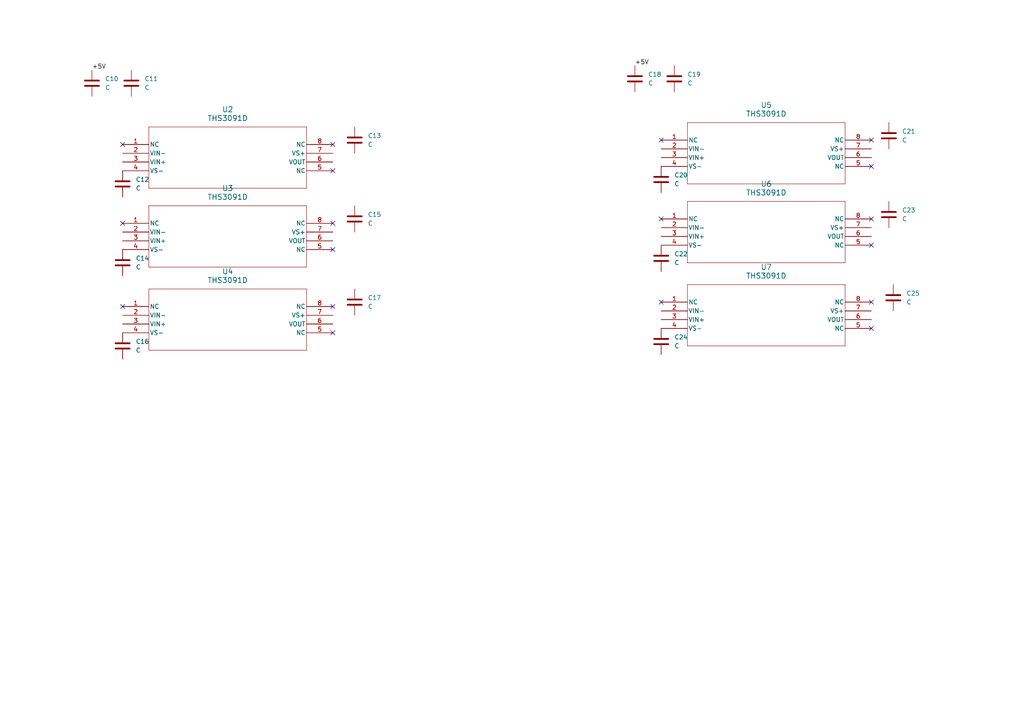
<source format=kicad_sch>
(kicad_sch
	(version 20231120)
	(generator "eeschema")
	(generator_version "8.0")
	(uuid "b277520a-ec9e-4561-b932-b6e91e94e219")
	(paper "A4")
	(lib_symbols
		(symbol "Device:C"
			(pin_numbers hide)
			(pin_names
				(offset 0.254)
			)
			(exclude_from_sim no)
			(in_bom yes)
			(on_board yes)
			(property "Reference" "C"
				(at 0.635 2.54 0)
				(effects
					(font
						(size 1.27 1.27)
					)
					(justify left)
				)
			)
			(property "Value" "C"
				(at 0.635 -2.54 0)
				(effects
					(font
						(size 1.27 1.27)
					)
					(justify left)
				)
			)
			(property "Footprint" ""
				(at 0.9652 -3.81 0)
				(effects
					(font
						(size 1.27 1.27)
					)
					(hide yes)
				)
			)
			(property "Datasheet" "~"
				(at 0 0 0)
				(effects
					(font
						(size 1.27 1.27)
					)
					(hide yes)
				)
			)
			(property "Description" "Unpolarized capacitor"
				(at 0 0 0)
				(effects
					(font
						(size 1.27 1.27)
					)
					(hide yes)
				)
			)
			(property "ki_keywords" "cap capacitor"
				(at 0 0 0)
				(effects
					(font
						(size 1.27 1.27)
					)
					(hide yes)
				)
			)
			(property "ki_fp_filters" "C_*"
				(at 0 0 0)
				(effects
					(font
						(size 1.27 1.27)
					)
					(hide yes)
				)
			)
			(symbol "C_0_1"
				(polyline
					(pts
						(xy -2.032 -0.762) (xy 2.032 -0.762)
					)
					(stroke
						(width 0.508)
						(type default)
					)
					(fill
						(type none)
					)
				)
				(polyline
					(pts
						(xy -2.032 0.762) (xy 2.032 0.762)
					)
					(stroke
						(width 0.508)
						(type default)
					)
					(fill
						(type none)
					)
				)
			)
			(symbol "C_1_1"
				(pin passive line
					(at 0 3.81 270)
					(length 2.794)
					(name "~"
						(effects
							(font
								(size 1.27 1.27)
							)
						)
					)
					(number "1"
						(effects
							(font
								(size 1.27 1.27)
							)
						)
					)
				)
				(pin passive line
					(at 0 -3.81 90)
					(length 2.794)
					(name "~"
						(effects
							(font
								(size 1.27 1.27)
							)
						)
					)
					(number "2"
						(effects
							(font
								(size 1.27 1.27)
							)
						)
					)
				)
			)
		)
		(symbol "THS3091:THS3091D"
			(pin_names
				(offset 0.254)
			)
			(exclude_from_sim no)
			(in_bom yes)
			(on_board yes)
			(property "Reference" "U"
				(at 30.48 10.16 0)
				(effects
					(font
						(size 1.524 1.524)
					)
				)
			)
			(property "Value" "THS3091D"
				(at 30.48 7.62 0)
				(effects
					(font
						(size 1.524 1.524)
					)
				)
			)
			(property "Footprint" "D8"
				(at 0 0 0)
				(effects
					(font
						(size 1.27 1.27)
						(italic yes)
					)
					(hide yes)
				)
			)
			(property "Datasheet" "THS3091D"
				(at 0 0 0)
				(effects
					(font
						(size 1.27 1.27)
						(italic yes)
					)
					(hide yes)
				)
			)
			(property "Description" ""
				(at 0 0 0)
				(effects
					(font
						(size 1.27 1.27)
					)
					(hide yes)
				)
			)
			(property "ki_locked" ""
				(at 0 0 0)
				(effects
					(font
						(size 1.27 1.27)
					)
				)
			)
			(property "ki_keywords" "THS3091D"
				(at 0 0 0)
				(effects
					(font
						(size 1.27 1.27)
					)
					(hide yes)
				)
			)
			(property "ki_fp_filters" "D8 D8-M D8-L"
				(at 0 0 0)
				(effects
					(font
						(size 1.27 1.27)
					)
					(hide yes)
				)
			)
			(symbol "THS3091D_0_1"
				(polyline
					(pts
						(xy 7.62 -12.7) (xy 53.34 -12.7)
					)
					(stroke
						(width 0.127)
						(type default)
					)
					(fill
						(type none)
					)
				)
				(polyline
					(pts
						(xy 7.62 5.08) (xy 7.62 -12.7)
					)
					(stroke
						(width 0.127)
						(type default)
					)
					(fill
						(type none)
					)
				)
				(polyline
					(pts
						(xy 53.34 -12.7) (xy 53.34 5.08)
					)
					(stroke
						(width 0.127)
						(type default)
					)
					(fill
						(type none)
					)
				)
				(polyline
					(pts
						(xy 53.34 5.08) (xy 7.62 5.08)
					)
					(stroke
						(width 0.127)
						(type default)
					)
					(fill
						(type none)
					)
				)
				(pin unspecified line
					(at 0 0 0)
					(length 7.62)
					(name "NC"
						(effects
							(font
								(size 1.27 1.27)
							)
						)
					)
					(number "1"
						(effects
							(font
								(size 1.27 1.27)
							)
						)
					)
				)
				(pin input line
					(at 0 -2.54 0)
					(length 7.62)
					(name "VIN-"
						(effects
							(font
								(size 1.27 1.27)
							)
						)
					)
					(number "2"
						(effects
							(font
								(size 1.27 1.27)
							)
						)
					)
				)
				(pin input line
					(at 0 -5.08 0)
					(length 7.62)
					(name "VIN+"
						(effects
							(font
								(size 1.27 1.27)
							)
						)
					)
					(number "3"
						(effects
							(font
								(size 1.27 1.27)
							)
						)
					)
				)
				(pin power_in line
					(at 0 -7.62 0)
					(length 7.62)
					(name "VS-"
						(effects
							(font
								(size 1.27 1.27)
							)
						)
					)
					(number "4"
						(effects
							(font
								(size 1.27 1.27)
							)
						)
					)
				)
				(pin unspecified line
					(at 60.96 -7.62 180)
					(length 7.62)
					(name "NC"
						(effects
							(font
								(size 1.27 1.27)
							)
						)
					)
					(number "5"
						(effects
							(font
								(size 1.27 1.27)
							)
						)
					)
				)
				(pin output line
					(at 60.96 -5.08 180)
					(length 7.62)
					(name "VOUT"
						(effects
							(font
								(size 1.27 1.27)
							)
						)
					)
					(number "6"
						(effects
							(font
								(size 1.27 1.27)
							)
						)
					)
				)
				(pin power_in line
					(at 60.96 -2.54 180)
					(length 7.62)
					(name "VS+"
						(effects
							(font
								(size 1.27 1.27)
							)
						)
					)
					(number "7"
						(effects
							(font
								(size 1.27 1.27)
							)
						)
					)
				)
				(pin unspecified line
					(at 60.96 0 180)
					(length 7.62)
					(name "NC"
						(effects
							(font
								(size 1.27 1.27)
							)
						)
					)
					(number "8"
						(effects
							(font
								(size 1.27 1.27)
							)
						)
					)
				)
			)
		)
	)
	(no_connect
		(at 252.73 48.26)
		(uuid "1057faa9-6cb6-4f8e-bbe1-5abd795f0cc0")
	)
	(no_connect
		(at 35.56 64.77)
		(uuid "14ddb55c-d128-4362-bab7-7913d0fc7c66")
	)
	(no_connect
		(at 96.52 49.53)
		(uuid "2e8ae20a-b1eb-4b91-a0ed-c7f7bd671eee")
	)
	(no_connect
		(at 96.52 41.91)
		(uuid "48f91d90-8226-42a9-9c71-7c137f735d24")
	)
	(no_connect
		(at 252.73 63.5)
		(uuid "4d2cc655-0409-48cc-a31d-3e5565098bef")
	)
	(no_connect
		(at 191.77 63.5)
		(uuid "4eeafa18-c612-4b64-9adb-8d223a35f0e5")
	)
	(no_connect
		(at 96.52 96.52)
		(uuid "527248a6-77e7-4157-bc3f-14d0e956a2f6")
	)
	(no_connect
		(at 96.52 64.77)
		(uuid "5ec166ae-7b81-45f0-93d9-4ed04e3c174f")
	)
	(no_connect
		(at 96.52 72.39)
		(uuid "7b19dbda-1e74-457f-b351-bfce4eba3c82")
	)
	(no_connect
		(at 252.73 95.25)
		(uuid "7bb5b0bf-2554-4e03-815c-0bce539d07f2")
	)
	(no_connect
		(at 191.77 87.63)
		(uuid "7e316d40-2bb4-40e3-997f-98bccc251cba")
	)
	(no_connect
		(at 252.73 40.64)
		(uuid "94f9f87e-5edc-4d30-84ae-447fb41dbbea")
	)
	(no_connect
		(at 191.77 40.64)
		(uuid "bf9691dc-3c6b-4370-aec9-0299a4a65d84")
	)
	(no_connect
		(at 252.73 87.63)
		(uuid "cb8ea207-e2ec-481f-a067-7061fe950e46")
	)
	(no_connect
		(at 96.52 88.9)
		(uuid "e7c95f11-0e34-456b-bb32-5e316edb785a")
	)
	(no_connect
		(at 252.73 71.12)
		(uuid "eb0ab118-2804-483e-8cc6-34b7ad6ea326")
	)
	(no_connect
		(at 35.56 88.9)
		(uuid "eec10aa1-f2d9-4f0c-a16e-a8881da283c7")
	)
	(no_connect
		(at 35.56 41.91)
		(uuid "fd26daec-86a5-444f-af4e-5c4015cf83bc")
	)
	(label "+5V"
		(at 184.15 19.05 0)
		(fields_autoplaced yes)
		(effects
			(font
				(size 1.27 1.27)
			)
			(justify left bottom)
		)
		(uuid "2fb4cf15-9557-48c0-a6df-964fb6a9fc55")
	)
	(label "+5V"
		(at 26.67 20.32 0)
		(fields_autoplaced yes)
		(effects
			(font
				(size 1.27 1.27)
			)
			(justify left bottom)
		)
		(uuid "7455a75b-d8e2-46c8-9ea5-5f01328a3d13")
	)
	(symbol
		(lib_id "Device:C")
		(at 191.77 99.06 0)
		(unit 1)
		(exclude_from_sim no)
		(in_bom yes)
		(on_board yes)
		(dnp no)
		(fields_autoplaced yes)
		(uuid "0173374c-4823-4840-a7f8-19e852a3156c")
		(property "Reference" "C24"
			(at 195.58 97.7899 0)
			(effects
				(font
					(size 1.27 1.27)
				)
				(justify left)
			)
		)
		(property "Value" "C"
			(at 195.58 100.3299 0)
			(effects
				(font
					(size 1.27 1.27)
				)
				(justify left)
			)
		)
		(property "Footprint" ""
			(at 192.7352 102.87 0)
			(effects
				(font
					(size 1.27 1.27)
				)
				(hide yes)
			)
		)
		(property "Datasheet" "~"
			(at 191.77 99.06 0)
			(effects
				(font
					(size 1.27 1.27)
				)
				(hide yes)
			)
		)
		(property "Description" "Unpolarized capacitor"
			(at 191.77 99.06 0)
			(effects
				(font
					(size 1.27 1.27)
				)
				(hide yes)
			)
		)
		(pin "2"
			(uuid "6fd4108d-9830-477c-8e8a-cb685e095d73")
		)
		(pin "1"
			(uuid "8ec05157-c813-4bf1-972f-f155e1082e49")
		)
		(instances
			(project "Transmitter loadsharing"
				(path "/4dee756a-58e7-4e26-8fbe-661c6c218f1e/4b454d64-543d-4f71-95a1-6bdac92747aa"
					(reference "C24")
					(unit 1)
				)
			)
		)
	)
	(symbol
		(lib_id "Device:C")
		(at 35.56 76.2 0)
		(unit 1)
		(exclude_from_sim no)
		(in_bom yes)
		(on_board yes)
		(dnp no)
		(fields_autoplaced yes)
		(uuid "1113607f-1f1e-483d-96be-e14dabf7db61")
		(property "Reference" "C14"
			(at 39.37 74.9299 0)
			(effects
				(font
					(size 1.27 1.27)
				)
				(justify left)
			)
		)
		(property "Value" "C"
			(at 39.37 77.4699 0)
			(effects
				(font
					(size 1.27 1.27)
				)
				(justify left)
			)
		)
		(property "Footprint" ""
			(at 36.5252 80.01 0)
			(effects
				(font
					(size 1.27 1.27)
				)
				(hide yes)
			)
		)
		(property "Datasheet" "~"
			(at 35.56 76.2 0)
			(effects
				(font
					(size 1.27 1.27)
				)
				(hide yes)
			)
		)
		(property "Description" "Unpolarized capacitor"
			(at 35.56 76.2 0)
			(effects
				(font
					(size 1.27 1.27)
				)
				(hide yes)
			)
		)
		(pin "2"
			(uuid "97fd6f42-6f66-462a-8b62-36cd40eec8e8")
		)
		(pin "1"
			(uuid "d5b9cb28-3aa6-4fa9-80d5-199a4b2490d3")
		)
		(instances
			(project "Transmitter loadsharing"
				(path "/4dee756a-58e7-4e26-8fbe-661c6c218f1e/4b454d64-543d-4f71-95a1-6bdac92747aa"
					(reference "C14")
					(unit 1)
				)
			)
		)
	)
	(symbol
		(lib_id "Device:C")
		(at 102.87 40.64 0)
		(unit 1)
		(exclude_from_sim no)
		(in_bom yes)
		(on_board yes)
		(dnp no)
		(fields_autoplaced yes)
		(uuid "2b620a14-f053-44e8-a9e6-f410e3f76374")
		(property "Reference" "C13"
			(at 106.68 39.3699 0)
			(effects
				(font
					(size 1.27 1.27)
				)
				(justify left)
			)
		)
		(property "Value" "C"
			(at 106.68 41.9099 0)
			(effects
				(font
					(size 1.27 1.27)
				)
				(justify left)
			)
		)
		(property "Footprint" ""
			(at 103.8352 44.45 0)
			(effects
				(font
					(size 1.27 1.27)
				)
				(hide yes)
			)
		)
		(property "Datasheet" "~"
			(at 102.87 40.64 0)
			(effects
				(font
					(size 1.27 1.27)
				)
				(hide yes)
			)
		)
		(property "Description" "Unpolarized capacitor"
			(at 102.87 40.64 0)
			(effects
				(font
					(size 1.27 1.27)
				)
				(hide yes)
			)
		)
		(pin "2"
			(uuid "ea3daffd-b8cc-495e-a874-b662b85d7170")
		)
		(pin "1"
			(uuid "7d3642af-a38d-4135-9e8e-a5967e83d3f1")
		)
		(instances
			(project "Transmitter loadsharing"
				(path "/4dee756a-58e7-4e26-8fbe-661c6c218f1e/4b454d64-543d-4f71-95a1-6bdac92747aa"
					(reference "C13")
					(unit 1)
				)
			)
		)
	)
	(symbol
		(lib_id "Device:C")
		(at 35.56 100.33 0)
		(unit 1)
		(exclude_from_sim no)
		(in_bom yes)
		(on_board yes)
		(dnp no)
		(fields_autoplaced yes)
		(uuid "49848050-0194-4cf2-b43e-1fe022f40ee7")
		(property "Reference" "C16"
			(at 39.37 99.0599 0)
			(effects
				(font
					(size 1.27 1.27)
				)
				(justify left)
			)
		)
		(property "Value" "C"
			(at 39.37 101.5999 0)
			(effects
				(font
					(size 1.27 1.27)
				)
				(justify left)
			)
		)
		(property "Footprint" ""
			(at 36.5252 104.14 0)
			(effects
				(font
					(size 1.27 1.27)
				)
				(hide yes)
			)
		)
		(property "Datasheet" "~"
			(at 35.56 100.33 0)
			(effects
				(font
					(size 1.27 1.27)
				)
				(hide yes)
			)
		)
		(property "Description" "Unpolarized capacitor"
			(at 35.56 100.33 0)
			(effects
				(font
					(size 1.27 1.27)
				)
				(hide yes)
			)
		)
		(pin "2"
			(uuid "37e8cbd4-4b9c-4708-8fee-90aa12ad1b0a")
		)
		(pin "1"
			(uuid "fb43dbf4-1d0f-47ff-a72b-f44c9bee56bc")
		)
		(instances
			(project "Transmitter loadsharing"
				(path "/4dee756a-58e7-4e26-8fbe-661c6c218f1e/4b454d64-543d-4f71-95a1-6bdac92747aa"
					(reference "C16")
					(unit 1)
				)
			)
		)
	)
	(symbol
		(lib_id "Device:C")
		(at 191.77 74.93 0)
		(unit 1)
		(exclude_from_sim no)
		(in_bom yes)
		(on_board yes)
		(dnp no)
		(fields_autoplaced yes)
		(uuid "4ca5d5a7-de4b-4e42-bee0-a2f629f2c9f3")
		(property "Reference" "C22"
			(at 195.58 73.6599 0)
			(effects
				(font
					(size 1.27 1.27)
				)
				(justify left)
			)
		)
		(property "Value" "C"
			(at 195.58 76.1999 0)
			(effects
				(font
					(size 1.27 1.27)
				)
				(justify left)
			)
		)
		(property "Footprint" ""
			(at 192.7352 78.74 0)
			(effects
				(font
					(size 1.27 1.27)
				)
				(hide yes)
			)
		)
		(property "Datasheet" "~"
			(at 191.77 74.93 0)
			(effects
				(font
					(size 1.27 1.27)
				)
				(hide yes)
			)
		)
		(property "Description" "Unpolarized capacitor"
			(at 191.77 74.93 0)
			(effects
				(font
					(size 1.27 1.27)
				)
				(hide yes)
			)
		)
		(pin "2"
			(uuid "a744c563-6263-4e46-a368-9ae1b5b0645b")
		)
		(pin "1"
			(uuid "64a0a99e-810c-4ae2-8e6e-aca2daa92563")
		)
		(instances
			(project "Transmitter loadsharing"
				(path "/4dee756a-58e7-4e26-8fbe-661c6c218f1e/4b454d64-543d-4f71-95a1-6bdac92747aa"
					(reference "C22")
					(unit 1)
				)
			)
		)
	)
	(symbol
		(lib_id "Device:C")
		(at 257.81 39.37 0)
		(unit 1)
		(exclude_from_sim no)
		(in_bom yes)
		(on_board yes)
		(dnp no)
		(fields_autoplaced yes)
		(uuid "56185521-5607-4aac-a45b-7cf0ddd0a20f")
		(property "Reference" "C21"
			(at 261.62 38.0999 0)
			(effects
				(font
					(size 1.27 1.27)
				)
				(justify left)
			)
		)
		(property "Value" "C"
			(at 261.62 40.6399 0)
			(effects
				(font
					(size 1.27 1.27)
				)
				(justify left)
			)
		)
		(property "Footprint" ""
			(at 258.7752 43.18 0)
			(effects
				(font
					(size 1.27 1.27)
				)
				(hide yes)
			)
		)
		(property "Datasheet" "~"
			(at 257.81 39.37 0)
			(effects
				(font
					(size 1.27 1.27)
				)
				(hide yes)
			)
		)
		(property "Description" "Unpolarized capacitor"
			(at 257.81 39.37 0)
			(effects
				(font
					(size 1.27 1.27)
				)
				(hide yes)
			)
		)
		(pin "2"
			(uuid "bb5f3e0b-ad76-443c-90e6-6bbe210eca5f")
		)
		(pin "1"
			(uuid "f5e5b3a6-6d95-4ce9-99f7-7f4a286bd598")
		)
		(instances
			(project "Transmitter loadsharing"
				(path "/4dee756a-58e7-4e26-8fbe-661c6c218f1e/4b454d64-543d-4f71-95a1-6bdac92747aa"
					(reference "C21")
					(unit 1)
				)
			)
		)
	)
	(symbol
		(lib_id "Device:C")
		(at 35.56 53.34 0)
		(unit 1)
		(exclude_from_sim no)
		(in_bom yes)
		(on_board yes)
		(dnp no)
		(fields_autoplaced yes)
		(uuid "6e3e0c8b-12f7-4b0a-8b49-38604a0e09c0")
		(property "Reference" "C12"
			(at 39.37 52.0699 0)
			(effects
				(font
					(size 1.27 1.27)
				)
				(justify left)
			)
		)
		(property "Value" "C"
			(at 39.37 54.6099 0)
			(effects
				(font
					(size 1.27 1.27)
				)
				(justify left)
			)
		)
		(property "Footprint" ""
			(at 36.5252 57.15 0)
			(effects
				(font
					(size 1.27 1.27)
				)
				(hide yes)
			)
		)
		(property "Datasheet" "~"
			(at 35.56 53.34 0)
			(effects
				(font
					(size 1.27 1.27)
				)
				(hide yes)
			)
		)
		(property "Description" "Unpolarized capacitor"
			(at 35.56 53.34 0)
			(effects
				(font
					(size 1.27 1.27)
				)
				(hide yes)
			)
		)
		(pin "2"
			(uuid "27939bba-d620-454d-bd6f-4deed92d62fe")
		)
		(pin "1"
			(uuid "a8d08c10-c01a-4bf3-b77a-0ebc6d502f86")
		)
		(instances
			(project "Transmitter loadsharing"
				(path "/4dee756a-58e7-4e26-8fbe-661c6c218f1e/4b454d64-543d-4f71-95a1-6bdac92747aa"
					(reference "C12")
					(unit 1)
				)
			)
		)
	)
	(symbol
		(lib_id "Device:C")
		(at 195.58 22.86 0)
		(unit 1)
		(exclude_from_sim no)
		(in_bom yes)
		(on_board yes)
		(dnp no)
		(fields_autoplaced yes)
		(uuid "73aa0021-3922-4d67-bbc2-d8d4901833b9")
		(property "Reference" "C19"
			(at 199.39 21.5899 0)
			(effects
				(font
					(size 1.27 1.27)
				)
				(justify left)
			)
		)
		(property "Value" "C"
			(at 199.39 24.1299 0)
			(effects
				(font
					(size 1.27 1.27)
				)
				(justify left)
			)
		)
		(property "Footprint" ""
			(at 196.5452 26.67 0)
			(effects
				(font
					(size 1.27 1.27)
				)
				(hide yes)
			)
		)
		(property "Datasheet" "~"
			(at 195.58 22.86 0)
			(effects
				(font
					(size 1.27 1.27)
				)
				(hide yes)
			)
		)
		(property "Description" "Unpolarized capacitor"
			(at 195.58 22.86 0)
			(effects
				(font
					(size 1.27 1.27)
				)
				(hide yes)
			)
		)
		(pin "2"
			(uuid "5ef609ba-ab7a-4f85-aed9-7da35cb0f529")
		)
		(pin "1"
			(uuid "88b57da3-2c19-4d51-8902-ed7196f559d2")
		)
		(instances
			(project "Transmitter loadsharing"
				(path "/4dee756a-58e7-4e26-8fbe-661c6c218f1e/4b454d64-543d-4f71-95a1-6bdac92747aa"
					(reference "C19")
					(unit 1)
				)
			)
		)
	)
	(symbol
		(lib_id "THS3091:THS3091D")
		(at 35.56 88.9 0)
		(unit 1)
		(exclude_from_sim no)
		(in_bom yes)
		(on_board yes)
		(dnp no)
		(fields_autoplaced yes)
		(uuid "7b04bcbb-b63b-4855-aecb-5ecbe22eb047")
		(property "Reference" "U4"
			(at 66.04 78.74 0)
			(effects
				(font
					(size 1.524 1.524)
				)
			)
		)
		(property "Value" "THS3091D"
			(at 66.04 81.28 0)
			(effects
				(font
					(size 1.524 1.524)
				)
			)
		)
		(property "Footprint" "THS3091:D8"
			(at 35.56 88.9 0)
			(effects
				(font
					(size 1.27 1.27)
					(italic yes)
				)
				(hide yes)
			)
		)
		(property "Datasheet" "THS3091D"
			(at 35.56 88.9 0)
			(effects
				(font
					(size 1.27 1.27)
					(italic yes)
				)
				(hide yes)
			)
		)
		(property "Description" ""
			(at 35.56 88.9 0)
			(effects
				(font
					(size 1.27 1.27)
				)
				(hide yes)
			)
		)
		(pin "1"
			(uuid "40a38899-f9cd-4a96-999e-99a3a57efb0c")
		)
		(pin "5"
			(uuid "1a5a4ce1-aa65-4642-9b76-9da9370f9739")
		)
		(pin "3"
			(uuid "5d981af9-a02e-4931-bbcb-36fdfef74fcc")
		)
		(pin "7"
			(uuid "87bbbc2d-b48a-4d3d-ba4d-84b53497d337")
		)
		(pin "8"
			(uuid "77757207-8a46-4a12-8905-a5e4050f2e32")
		)
		(pin "6"
			(uuid "9b8958e8-c98d-4128-9e15-6cdb3d80ee2a")
		)
		(pin "2"
			(uuid "98f2b05b-8ae3-41c2-8064-366ae11e7411")
		)
		(pin "4"
			(uuid "e3d82393-a760-4ddf-bee8-938ead35b4a7")
		)
		(instances
			(project "Transmitter loadsharing"
				(path "/4dee756a-58e7-4e26-8fbe-661c6c218f1e/4b454d64-543d-4f71-95a1-6bdac92747aa"
					(reference "U4")
					(unit 1)
				)
			)
		)
	)
	(symbol
		(lib_id "THS3091:THS3091D")
		(at 191.77 87.63 0)
		(unit 1)
		(exclude_from_sim no)
		(in_bom yes)
		(on_board yes)
		(dnp no)
		(fields_autoplaced yes)
		(uuid "85b25d82-3266-4daf-9c24-819f256b6ccc")
		(property "Reference" "U7"
			(at 222.25 77.47 0)
			(effects
				(font
					(size 1.524 1.524)
				)
			)
		)
		(property "Value" "THS3091D"
			(at 222.25 80.01 0)
			(effects
				(font
					(size 1.524 1.524)
				)
			)
		)
		(property "Footprint" "THS3091:D8"
			(at 191.77 87.63 0)
			(effects
				(font
					(size 1.27 1.27)
					(italic yes)
				)
				(hide yes)
			)
		)
		(property "Datasheet" "THS3091D"
			(at 191.77 87.63 0)
			(effects
				(font
					(size 1.27 1.27)
					(italic yes)
				)
				(hide yes)
			)
		)
		(property "Description" ""
			(at 191.77 87.63 0)
			(effects
				(font
					(size 1.27 1.27)
				)
				(hide yes)
			)
		)
		(pin "1"
			(uuid "4aedaf4f-2774-4e28-9565-9c08896fcc12")
		)
		(pin "5"
			(uuid "b20f34d0-ccd3-4bf7-b467-c494304efdc6")
		)
		(pin "3"
			(uuid "9fc32eca-be65-4050-9d80-6d2cdc8f8e79")
		)
		(pin "7"
			(uuid "bae7aa07-b185-4aaa-b6a3-5c269aa65c05")
		)
		(pin "8"
			(uuid "9d80cddc-cce5-429f-8dc6-7eb82a2a9ceb")
		)
		(pin "6"
			(uuid "8a0b8d72-05e7-42f5-81a2-3500ed49462f")
		)
		(pin "2"
			(uuid "b5b77bd2-e367-41e9-8f60-25aa56ba0e5a")
		)
		(pin "4"
			(uuid "3abbcf2d-e0b3-4d09-b96d-b23df7b985c8")
		)
		(instances
			(project "Transmitter loadsharing"
				(path "/4dee756a-58e7-4e26-8fbe-661c6c218f1e/4b454d64-543d-4f71-95a1-6bdac92747aa"
					(reference "U7")
					(unit 1)
				)
			)
		)
	)
	(symbol
		(lib_id "Device:C")
		(at 38.1 24.13 0)
		(unit 1)
		(exclude_from_sim no)
		(in_bom yes)
		(on_board yes)
		(dnp no)
		(fields_autoplaced yes)
		(uuid "8846247d-f2ee-4884-bcb1-c52a9ed3aad2")
		(property "Reference" "C11"
			(at 41.91 22.8599 0)
			(effects
				(font
					(size 1.27 1.27)
				)
				(justify left)
			)
		)
		(property "Value" "C"
			(at 41.91 25.3999 0)
			(effects
				(font
					(size 1.27 1.27)
				)
				(justify left)
			)
		)
		(property "Footprint" ""
			(at 39.0652 27.94 0)
			(effects
				(font
					(size 1.27 1.27)
				)
				(hide yes)
			)
		)
		(property "Datasheet" "~"
			(at 38.1 24.13 0)
			(effects
				(font
					(size 1.27 1.27)
				)
				(hide yes)
			)
		)
		(property "Description" "Unpolarized capacitor"
			(at 38.1 24.13 0)
			(effects
				(font
					(size 1.27 1.27)
				)
				(hide yes)
			)
		)
		(pin "2"
			(uuid "392fec37-6667-4d5b-9db5-b21a94babc88")
		)
		(pin "1"
			(uuid "4927c1db-db2f-49b6-b592-7a9c6e81ad70")
		)
		(instances
			(project "Transmitter loadsharing"
				(path "/4dee756a-58e7-4e26-8fbe-661c6c218f1e/4b454d64-543d-4f71-95a1-6bdac92747aa"
					(reference "C11")
					(unit 1)
				)
			)
		)
	)
	(symbol
		(lib_id "Device:C")
		(at 184.15 22.86 0)
		(unit 1)
		(exclude_from_sim no)
		(in_bom yes)
		(on_board yes)
		(dnp no)
		(fields_autoplaced yes)
		(uuid "a645a045-2a52-478b-a4d3-5449aa7fe99f")
		(property "Reference" "C18"
			(at 187.96 21.5899 0)
			(effects
				(font
					(size 1.27 1.27)
				)
				(justify left)
			)
		)
		(property "Value" "C"
			(at 187.96 24.1299 0)
			(effects
				(font
					(size 1.27 1.27)
				)
				(justify left)
			)
		)
		(property "Footprint" ""
			(at 185.1152 26.67 0)
			(effects
				(font
					(size 1.27 1.27)
				)
				(hide yes)
			)
		)
		(property "Datasheet" "~"
			(at 184.15 22.86 0)
			(effects
				(font
					(size 1.27 1.27)
				)
				(hide yes)
			)
		)
		(property "Description" "Unpolarized capacitor"
			(at 184.15 22.86 0)
			(effects
				(font
					(size 1.27 1.27)
				)
				(hide yes)
			)
		)
		(pin "2"
			(uuid "117322da-3c6a-43cd-bb65-25f86b393900")
		)
		(pin "1"
			(uuid "52b0be91-8206-468b-9840-c2add8aa333b")
		)
		(instances
			(project "Transmitter loadsharing"
				(path "/4dee756a-58e7-4e26-8fbe-661c6c218f1e/4b454d64-543d-4f71-95a1-6bdac92747aa"
					(reference "C18")
					(unit 1)
				)
			)
		)
	)
	(symbol
		(lib_id "THS3091:THS3091D")
		(at 35.56 64.77 0)
		(unit 1)
		(exclude_from_sim no)
		(in_bom yes)
		(on_board yes)
		(dnp no)
		(fields_autoplaced yes)
		(uuid "a9efa795-e015-49fd-aa88-070dd2f7982d")
		(property "Reference" "U3"
			(at 66.04 54.61 0)
			(effects
				(font
					(size 1.524 1.524)
				)
			)
		)
		(property "Value" "THS3091D"
			(at 66.04 57.15 0)
			(effects
				(font
					(size 1.524 1.524)
				)
			)
		)
		(property "Footprint" "THS3091:D8"
			(at 35.56 64.77 0)
			(effects
				(font
					(size 1.27 1.27)
					(italic yes)
				)
				(hide yes)
			)
		)
		(property "Datasheet" "THS3091D"
			(at 35.56 64.77 0)
			(effects
				(font
					(size 1.27 1.27)
					(italic yes)
				)
				(hide yes)
			)
		)
		(property "Description" ""
			(at 35.56 64.77 0)
			(effects
				(font
					(size 1.27 1.27)
				)
				(hide yes)
			)
		)
		(pin "1"
			(uuid "d4a7fc17-eb68-4194-86e9-cc00072e853e")
		)
		(pin "5"
			(uuid "5b159a3c-d823-4792-ab4f-e44178bc0f8d")
		)
		(pin "3"
			(uuid "45bad1f0-165d-499a-b7a1-d7cb8ec0a9c7")
		)
		(pin "7"
			(uuid "fd87c38b-a9a4-47d1-b711-f22b62f9a418")
		)
		(pin "8"
			(uuid "c1a14b77-9f45-4ac3-ba80-3c43ec81f2a6")
		)
		(pin "6"
			(uuid "026d3d36-95bd-40e5-bd9c-80d78feb5ad6")
		)
		(pin "2"
			(uuid "ee85bd3e-4e6b-40bd-b8db-4662b03990df")
		)
		(pin "4"
			(uuid "678e3552-923a-4ae1-b202-9559f151b722")
		)
		(instances
			(project "Transmitter loadsharing"
				(path "/4dee756a-58e7-4e26-8fbe-661c6c218f1e/4b454d64-543d-4f71-95a1-6bdac92747aa"
					(reference "U3")
					(unit 1)
				)
			)
		)
	)
	(symbol
		(lib_id "THS3091:THS3091D")
		(at 35.56 41.91 0)
		(unit 1)
		(exclude_from_sim no)
		(in_bom yes)
		(on_board yes)
		(dnp no)
		(fields_autoplaced yes)
		(uuid "b1956408-b9d3-4b92-827a-87d829e3fda4")
		(property "Reference" "U2"
			(at 66.04 31.75 0)
			(effects
				(font
					(size 1.524 1.524)
				)
			)
		)
		(property "Value" "THS3091D"
			(at 66.04 34.29 0)
			(effects
				(font
					(size 1.524 1.524)
				)
			)
		)
		(property "Footprint" "THS3091:D8"
			(at 35.56 41.91 0)
			(effects
				(font
					(size 1.27 1.27)
					(italic yes)
				)
				(hide yes)
			)
		)
		(property "Datasheet" "THS3091D"
			(at 35.56 41.91 0)
			(effects
				(font
					(size 1.27 1.27)
					(italic yes)
				)
				(hide yes)
			)
		)
		(property "Description" ""
			(at 35.56 41.91 0)
			(effects
				(font
					(size 1.27 1.27)
				)
				(hide yes)
			)
		)
		(pin "1"
			(uuid "68bc4692-3b2f-4037-bf0e-95b420badac9")
		)
		(pin "5"
			(uuid "047774b1-7061-44cf-8713-70b28ebd4e09")
		)
		(pin "3"
			(uuid "b94f698e-ce38-4e2f-94dc-23c97fe3bcb0")
		)
		(pin "7"
			(uuid "fe9fbb59-1b10-478f-815f-9ed8940fea5e")
		)
		(pin "8"
			(uuid "832095d8-035e-439d-9c12-55ca4429fd4f")
		)
		(pin "6"
			(uuid "156e26d5-e854-4806-b5db-2d97f38efd48")
		)
		(pin "2"
			(uuid "f01dc3b8-86b4-45bd-9b3d-11be7af8eb33")
		)
		(pin "4"
			(uuid "4b34cd77-df1b-47d3-948a-6a365b009b7a")
		)
		(instances
			(project "Transmitter loadsharing"
				(path "/4dee756a-58e7-4e26-8fbe-661c6c218f1e/4b454d64-543d-4f71-95a1-6bdac92747aa"
					(reference "U2")
					(unit 1)
				)
			)
		)
	)
	(symbol
		(lib_id "THS3091:THS3091D")
		(at 191.77 63.5 0)
		(unit 1)
		(exclude_from_sim no)
		(in_bom yes)
		(on_board yes)
		(dnp no)
		(fields_autoplaced yes)
		(uuid "b66596b9-7064-4c41-8f5b-f487604a215e")
		(property "Reference" "U6"
			(at 222.25 53.34 0)
			(effects
				(font
					(size 1.524 1.524)
				)
			)
		)
		(property "Value" "THS3091D"
			(at 222.25 55.88 0)
			(effects
				(font
					(size 1.524 1.524)
				)
			)
		)
		(property "Footprint" "THS3091:D8"
			(at 191.77 63.5 0)
			(effects
				(font
					(size 1.27 1.27)
					(italic yes)
				)
				(hide yes)
			)
		)
		(property "Datasheet" "THS3091D"
			(at 191.77 63.5 0)
			(effects
				(font
					(size 1.27 1.27)
					(italic yes)
				)
				(hide yes)
			)
		)
		(property "Description" ""
			(at 191.77 63.5 0)
			(effects
				(font
					(size 1.27 1.27)
				)
				(hide yes)
			)
		)
		(pin "1"
			(uuid "76b49bea-870c-40a7-b5f7-bb814de72135")
		)
		(pin "5"
			(uuid "5f86fb66-960f-47fe-b39b-ccfc45f14d49")
		)
		(pin "3"
			(uuid "2783226e-33ea-44d5-8b42-54d185efaf01")
		)
		(pin "7"
			(uuid "68e2365b-4047-45ab-998e-05f3c3058d3e")
		)
		(pin "8"
			(uuid "5ab2fd2e-7ec4-4cb5-a7b8-0fa208b348a4")
		)
		(pin "6"
			(uuid "3ae48467-67de-48eb-8e7f-137d256413f7")
		)
		(pin "2"
			(uuid "ed634c32-4cf6-4730-9093-8d83e7d7aae2")
		)
		(pin "4"
			(uuid "fe21ed3c-ce9d-4ee7-ba29-9c0bd777ac64")
		)
		(instances
			(project "Transmitter loadsharing"
				(path "/4dee756a-58e7-4e26-8fbe-661c6c218f1e/4b454d64-543d-4f71-95a1-6bdac92747aa"
					(reference "U6")
					(unit 1)
				)
			)
		)
	)
	(symbol
		(lib_id "THS3091:THS3091D")
		(at 191.77 40.64 0)
		(unit 1)
		(exclude_from_sim no)
		(in_bom yes)
		(on_board yes)
		(dnp no)
		(fields_autoplaced yes)
		(uuid "b7e5ed45-27dd-4eb5-9b1d-51c443878aa8")
		(property "Reference" "U5"
			(at 222.25 30.48 0)
			(effects
				(font
					(size 1.524 1.524)
				)
			)
		)
		(property "Value" "THS3091D"
			(at 222.25 33.02 0)
			(effects
				(font
					(size 1.524 1.524)
				)
			)
		)
		(property "Footprint" "THS3091:D8"
			(at 191.77 40.64 0)
			(effects
				(font
					(size 1.27 1.27)
					(italic yes)
				)
				(hide yes)
			)
		)
		(property "Datasheet" "THS3091D"
			(at 191.77 40.64 0)
			(effects
				(font
					(size 1.27 1.27)
					(italic yes)
				)
				(hide yes)
			)
		)
		(property "Description" ""
			(at 191.77 40.64 0)
			(effects
				(font
					(size 1.27 1.27)
				)
				(hide yes)
			)
		)
		(pin "1"
			(uuid "f6d94c62-6fdb-4b9b-ab3f-923bd6c39e1b")
		)
		(pin "5"
			(uuid "3b87ac99-2d79-4e79-9c3d-3f8c3d83b568")
		)
		(pin "3"
			(uuid "8e5697de-e291-4ea5-bf05-440ee38048e3")
		)
		(pin "7"
			(uuid "280c7691-0404-4b3e-95ce-c257f2e6d22d")
		)
		(pin "8"
			(uuid "922824e3-662b-47de-9903-1ae2123a568d")
		)
		(pin "6"
			(uuid "0016dfa0-f0ae-4cc6-a182-81e3468d33b9")
		)
		(pin "2"
			(uuid "f760ec09-f823-4b38-b351-35c2f688faaa")
		)
		(pin "4"
			(uuid "1caf64e8-971b-4294-a0c1-93deca62c071")
		)
		(instances
			(project "Transmitter loadsharing"
				(path "/4dee756a-58e7-4e26-8fbe-661c6c218f1e/4b454d64-543d-4f71-95a1-6bdac92747aa"
					(reference "U5")
					(unit 1)
				)
			)
		)
	)
	(symbol
		(lib_id "Device:C")
		(at 102.87 87.63 0)
		(unit 1)
		(exclude_from_sim no)
		(in_bom yes)
		(on_board yes)
		(dnp no)
		(fields_autoplaced yes)
		(uuid "ca39040e-e95c-4240-b6bd-c4cabb3af3df")
		(property "Reference" "C17"
			(at 106.68 86.3599 0)
			(effects
				(font
					(size 1.27 1.27)
				)
				(justify left)
			)
		)
		(property "Value" "C"
			(at 106.68 88.8999 0)
			(effects
				(font
					(size 1.27 1.27)
				)
				(justify left)
			)
		)
		(property "Footprint" ""
			(at 103.8352 91.44 0)
			(effects
				(font
					(size 1.27 1.27)
				)
				(hide yes)
			)
		)
		(property "Datasheet" "~"
			(at 102.87 87.63 0)
			(effects
				(font
					(size 1.27 1.27)
				)
				(hide yes)
			)
		)
		(property "Description" "Unpolarized capacitor"
			(at 102.87 87.63 0)
			(effects
				(font
					(size 1.27 1.27)
				)
				(hide yes)
			)
		)
		(pin "2"
			(uuid "fb48966b-70aa-4f29-9460-1b17116e59bc")
		)
		(pin "1"
			(uuid "358ff995-703f-426f-be6f-102a7eb72a3b")
		)
		(instances
			(project "Transmitter loadsharing"
				(path "/4dee756a-58e7-4e26-8fbe-661c6c218f1e/4b454d64-543d-4f71-95a1-6bdac92747aa"
					(reference "C17")
					(unit 1)
				)
			)
		)
	)
	(symbol
		(lib_id "Device:C")
		(at 191.77 52.07 0)
		(unit 1)
		(exclude_from_sim no)
		(in_bom yes)
		(on_board yes)
		(dnp no)
		(fields_autoplaced yes)
		(uuid "d2264a27-d3d1-4417-9448-ea3ced091aef")
		(property "Reference" "C20"
			(at 195.58 50.7999 0)
			(effects
				(font
					(size 1.27 1.27)
				)
				(justify left)
			)
		)
		(property "Value" "C"
			(at 195.58 53.3399 0)
			(effects
				(font
					(size 1.27 1.27)
				)
				(justify left)
			)
		)
		(property "Footprint" ""
			(at 192.7352 55.88 0)
			(effects
				(font
					(size 1.27 1.27)
				)
				(hide yes)
			)
		)
		(property "Datasheet" "~"
			(at 191.77 52.07 0)
			(effects
				(font
					(size 1.27 1.27)
				)
				(hide yes)
			)
		)
		(property "Description" "Unpolarized capacitor"
			(at 191.77 52.07 0)
			(effects
				(font
					(size 1.27 1.27)
				)
				(hide yes)
			)
		)
		(pin "2"
			(uuid "6d358f2b-fc51-423c-88b9-d93c8547c01a")
		)
		(pin "1"
			(uuid "cbd86b95-ced2-449b-acbb-c8b0981db612")
		)
		(instances
			(project "Transmitter loadsharing"
				(path "/4dee756a-58e7-4e26-8fbe-661c6c218f1e/4b454d64-543d-4f71-95a1-6bdac92747aa"
					(reference "C20")
					(unit 1)
				)
			)
		)
	)
	(symbol
		(lib_id "Device:C")
		(at 259.08 86.36 0)
		(unit 1)
		(exclude_from_sim no)
		(in_bom yes)
		(on_board yes)
		(dnp no)
		(fields_autoplaced yes)
		(uuid "def177d1-24af-450a-a61b-abec23cc6273")
		(property "Reference" "C25"
			(at 262.89 85.0899 0)
			(effects
				(font
					(size 1.27 1.27)
				)
				(justify left)
			)
		)
		(property "Value" "C"
			(at 262.89 87.6299 0)
			(effects
				(font
					(size 1.27 1.27)
				)
				(justify left)
			)
		)
		(property "Footprint" ""
			(at 260.0452 90.17 0)
			(effects
				(font
					(size 1.27 1.27)
				)
				(hide yes)
			)
		)
		(property "Datasheet" "~"
			(at 259.08 86.36 0)
			(effects
				(font
					(size 1.27 1.27)
				)
				(hide yes)
			)
		)
		(property "Description" "Unpolarized capacitor"
			(at 259.08 86.36 0)
			(effects
				(font
					(size 1.27 1.27)
				)
				(hide yes)
			)
		)
		(pin "2"
			(uuid "9d99350f-0c31-41b8-ba23-c856ca532ef1")
		)
		(pin "1"
			(uuid "6c170cc4-8c85-4a9c-ac0f-b74fc9bbf906")
		)
		(instances
			(project "Transmitter loadsharing"
				(path "/4dee756a-58e7-4e26-8fbe-661c6c218f1e/4b454d64-543d-4f71-95a1-6bdac92747aa"
					(reference "C25")
					(unit 1)
				)
			)
		)
	)
	(symbol
		(lib_id "Device:C")
		(at 102.87 63.5 0)
		(unit 1)
		(exclude_from_sim no)
		(in_bom yes)
		(on_board yes)
		(dnp no)
		(fields_autoplaced yes)
		(uuid "e9477dda-1f07-4f1f-8efd-4f46fc27bf5e")
		(property "Reference" "C15"
			(at 106.68 62.2299 0)
			(effects
				(font
					(size 1.27 1.27)
				)
				(justify left)
			)
		)
		(property "Value" "C"
			(at 106.68 64.7699 0)
			(effects
				(font
					(size 1.27 1.27)
				)
				(justify left)
			)
		)
		(property "Footprint" ""
			(at 103.8352 67.31 0)
			(effects
				(font
					(size 1.27 1.27)
				)
				(hide yes)
			)
		)
		(property "Datasheet" "~"
			(at 102.87 63.5 0)
			(effects
				(font
					(size 1.27 1.27)
				)
				(hide yes)
			)
		)
		(property "Description" "Unpolarized capacitor"
			(at 102.87 63.5 0)
			(effects
				(font
					(size 1.27 1.27)
				)
				(hide yes)
			)
		)
		(pin "2"
			(uuid "f8d96779-243d-4574-bdbf-ca32482315ab")
		)
		(pin "1"
			(uuid "d64600af-4cea-4bae-bd58-0e251489a4b3")
		)
		(instances
			(project "Transmitter loadsharing"
				(path "/4dee756a-58e7-4e26-8fbe-661c6c218f1e/4b454d64-543d-4f71-95a1-6bdac92747aa"
					(reference "C15")
					(unit 1)
				)
			)
		)
	)
	(symbol
		(lib_id "Device:C")
		(at 257.81 62.23 0)
		(unit 1)
		(exclude_from_sim no)
		(in_bom yes)
		(on_board yes)
		(dnp no)
		(fields_autoplaced yes)
		(uuid "ec858126-07e8-4d3e-b435-1bfba72069bf")
		(property "Reference" "C23"
			(at 261.62 60.9599 0)
			(effects
				(font
					(size 1.27 1.27)
				)
				(justify left)
			)
		)
		(property "Value" "C"
			(at 261.62 63.4999 0)
			(effects
				(font
					(size 1.27 1.27)
				)
				(justify left)
			)
		)
		(property "Footprint" ""
			(at 258.7752 66.04 0)
			(effects
				(font
					(size 1.27 1.27)
				)
				(hide yes)
			)
		)
		(property "Datasheet" "~"
			(at 257.81 62.23 0)
			(effects
				(font
					(size 1.27 1.27)
				)
				(hide yes)
			)
		)
		(property "Description" "Unpolarized capacitor"
			(at 257.81 62.23 0)
			(effects
				(font
					(size 1.27 1.27)
				)
				(hide yes)
			)
		)
		(pin "2"
			(uuid "3c14759c-30b9-4d83-9277-ea61747960df")
		)
		(pin "1"
			(uuid "dc6eb1c3-ffe9-4cf6-aff5-5cdb910d53a3")
		)
		(instances
			(project "Transmitter loadsharing"
				(path "/4dee756a-58e7-4e26-8fbe-661c6c218f1e/4b454d64-543d-4f71-95a1-6bdac92747aa"
					(reference "C23")
					(unit 1)
				)
			)
		)
	)
	(symbol
		(lib_id "Device:C")
		(at 26.67 24.13 0)
		(unit 1)
		(exclude_from_sim no)
		(in_bom yes)
		(on_board yes)
		(dnp no)
		(fields_autoplaced yes)
		(uuid "fb1dacf8-bd04-4385-8ca8-dbb713c24883")
		(property "Reference" "C10"
			(at 30.48 22.8599 0)
			(effects
				(font
					(size 1.27 1.27)
				)
				(justify left)
			)
		)
		(property "Value" "C"
			(at 30.48 25.3999 0)
			(effects
				(font
					(size 1.27 1.27)
				)
				(justify left)
			)
		)
		(property "Footprint" ""
			(at 27.6352 27.94 0)
			(effects
				(font
					(size 1.27 1.27)
				)
				(hide yes)
			)
		)
		(property "Datasheet" "~"
			(at 26.67 24.13 0)
			(effects
				(font
					(size 1.27 1.27)
				)
				(hide yes)
			)
		)
		(property "Description" "Unpolarized capacitor"
			(at 26.67 24.13 0)
			(effects
				(font
					(size 1.27 1.27)
				)
				(hide yes)
			)
		)
		(pin "2"
			(uuid "abce4a7f-f045-4135-b958-edb39cdceaa1")
		)
		(pin "1"
			(uuid "b31470d1-6228-4d25-bf66-75752a6f92e5")
		)
		(instances
			(project "Transmitter loadsharing"
				(path "/4dee756a-58e7-4e26-8fbe-661c6c218f1e/4b454d64-543d-4f71-95a1-6bdac92747aa"
					(reference "C10")
					(unit 1)
				)
			)
		)
	)
)
</source>
